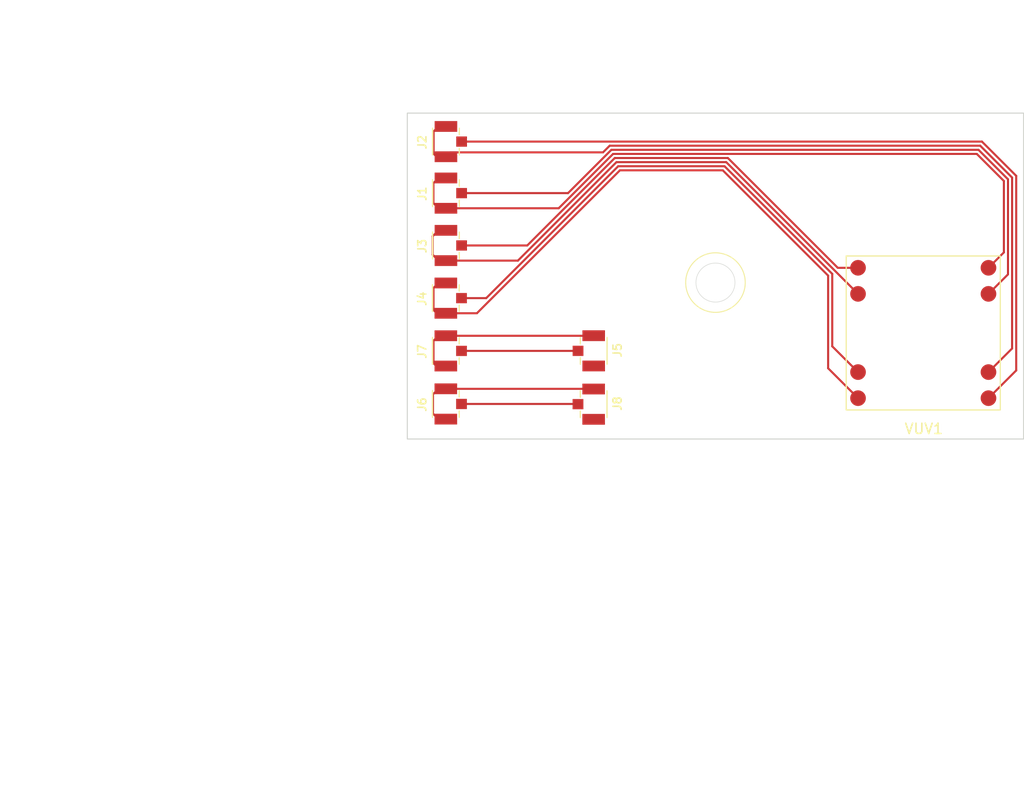
<source format=kicad_pcb>
(kicad_pcb (version 20240108) (generator "pcbnew") (generator_version "8.0")
  (layers (0 "F.Cu" signal) (31 "B.Cu" signal) (34 "B.Paste" user) (35 "F.Paste" user) (36 "B.SilkS" user "B.Silkscreen") (37 "F.SilkS" user "F.Silkscreen") (38 "B.Mask" user) (39 "F.Mask" user) (44 "Edge.Cuts" user))
  (net 0 "")
  (net 1 "Net-(J2-Pad1)")
  (net 2 "Net-(J4-Pad1)")
  (net 3 "Net-(J1-Pad1)")
  (net 4 "Net-(J3-Pad1)")
  (net 5 "Net-(J1-Pad2)")
  (net 6 "Net-(J2-Pad2)")
  (net 7 "Net-(J3-Pad2)")
  (net 8 "Net-(J4-Pad2)")
  (net 9 "Net-(J5-Pad1)")
  (net 10 "Net-(J5-Pad2)")
  (net 11 "Net-(J6-Pad2)")
  (net 12 "Net-(J6-Pad1)")
  (footprint "U_FL_R_SMT_1_10_:HRS_U.FL-R-SMT-1_10_" (layer "F.Cu") (at 134.79 91.275 -90)
    (property "Reference" "J8" (at -0.060105 -2.311695 90) (layer "F.SilkS") (effects (font (size 0.801283 0.801283))))
    (property "Value" "U.FL-R-SMT-1_10_")
    (fp_line (start -1.3 1.3) (end -0.67 1.3) (stroke (width 0.127)) (layer "F.SilkS"))
    (fp_line (start 1.3 1.3) (end 0.67 1.3) (stroke (width 0.127)) (layer "F.SilkS"))
    (fp_line (start -1.3 -1.3) (end 1.3 -1.3) (stroke (width 0.127)) (layer "F.SilkS"))
    (pad "1" smd rect (at -1.475 0 270) (size 1.05 2.2) (layers "F.Cu" "F.Paste" "F.Mask") (net 12 "Net-(J6-Pad1)"))
    (pad "2" smd rect (at 0 1.525 270) (size 1 1.05) (layers "F.Cu" "F.Paste" "F.Mask") (net 11 "Net-(J6-Pad2)"))
    (pad "3" smd rect (at 1.475 0 270) (size 1.05 2.2) (layers "F.Cu" "F.Paste" "F.Mask") (net 12 "Net-(J6-Pad1)"))
  )
  (footprint "VUV4-SiPM:VUV4-50q" (layer "F.Cu") (at 166.88 84.34)
    (property "Reference" "VUV1" (at 0.055 9.335 0) (layer "F.SilkS"))
    (property "Value" "~")
    (fp_rect (start -7.5 -7.5) (end 7.5 7.5) (stroke (width 0.12)) (fill none) (layer "F.SilkS"))
    (pad "1" smd circle (at 6.35 -6.35 90) (size 1.524 1.524) (layers "F.Cu" "F.Paste" "F.Mask") (net 3 "Net-(J1-Pad1)"))
    (pad "2" smd circle (at 6.35 3.81) (size 1.524 1.524) (layers "F.Cu" "F.Paste" "F.Mask") (net 1 "Net-(J2-Pad1)"))
    (pad "3" smd circle (at -6.35 6.35) (size 1.524 1.524) (layers "F.Cu" "F.Paste" "F.Mask") (net 2 "Net-(J4-Pad1)"))
    (pad "4" smd circle (at -6.35 -3.81) (size 1.524 1.524) (layers "F.Cu" "F.Paste" "F.Mask") (net 4 "Net-(J3-Pad1)"))
    (pad "5" smd circle (at 6.35 -3.81) (size 1.524 1.524) (layers "F.Cu" "F.Paste" "F.Mask") (net 5 "Net-(J1-Pad2)"))
    (pad "6" smd circle (at 6.35 6.35) (size 1.524 1.524) (layers "F.Cu" "F.Paste" "F.Mask") (net 6 "Net-(J2-Pad2)"))
    (pad "7" smd circle (at -6.35 3.81) (size 1.524 1.524) (layers "F.Cu" "F.Paste" "F.Mask") (net 8 "Net-(J4-Pad2)"))
    (pad "8" smd circle (at -6.35 -6.35) (size 1.524 1.524) (layers "F.Cu" "F.Paste" "F.Mask") (net 7 "Net-(J3-Pad2)"))
  )
  (footprint "U_FL_R_SMT_1_10_:HRS_U.FL-R-SMT-1_10_" (layer "F.Cu") (at 134.795 86.08 -90)
    (property "Reference" "J5" (at -0.060105 -2.311695 90) (layer "F.SilkS") (effects (font (size 0.801283 0.801283))))
    (property "Value" "U.FL-R-SMT-1_10_")
    (fp_line (start -1.3 1.3) (end -0.67 1.3) (stroke (width 0.127)) (layer "F.SilkS"))
    (fp_line (start 1.3 1.3) (end 0.67 1.3) (stroke (width 0.127)) (layer "F.SilkS"))
    (fp_line (start -1.3 -1.3) (end 1.3 -1.3) (stroke (width 0.127)) (layer "F.SilkS"))
    (pad "1" smd rect (at -1.475 0 270) (size 1.05 2.2) (layers "F.Cu" "F.Paste" "F.Mask") (net 9 "Net-(J5-Pad1)"))
    (pad "2" smd rect (at 0 1.525 270) (size 1 1.05) (layers "F.Cu" "F.Paste" "F.Mask") (net 10 "Net-(J5-Pad2)"))
    (pad "3" smd rect (at 1.475 0 270) (size 1.05 2.2) (layers "F.Cu" "F.Paste" "F.Mask") (net 9 "Net-(J5-Pad1)"))
  )
  (footprint "U_FL_R_SMT_1_10_:HRS_U.FL-R-SMT-1_10_" (layer "F.Cu") (at 120.41 65.695 90)
    (property "Reference" "J2" (at -0.060105 -2.311695 90) (layer "F.SilkS") (effects (font (size 0.801283 0.801283))))
    (property "Value" "U.FL-R-SMT-1_10_")
    (fp_line (start -1.3 -1.3) (end 1.3 -1.3) (stroke (width 0.127)) (layer "F.SilkS"))
    (fp_line (start 1.3 1.3) (end 0.67 1.3) (stroke (width 0.127)) (layer "F.SilkS"))
    (fp_line (start -1.3 1.3) (end -0.67 1.3) (stroke (width 0.127)) (layer "F.SilkS"))
    (pad "1" smd rect (at -1.475 0 90) (size 1.05 2.2) (layers "F.Cu" "F.Paste" "F.Mask") (net 1 "Net-(J2-Pad1)"))
    (pad "2" smd rect (at 0 1.525 90) (size 1 1.05) (layers "F.Cu" "F.Paste" "F.Mask") (net 6 "Net-(J2-Pad2)"))
    (pad "3" smd rect (at 1.475 0 90) (size 1.05 2.2) (layers "F.Cu" "F.Paste" "F.Mask") (net 1 "Net-(J2-Pad1)"))
  )
  (footprint "U_FL_R_SMT_1_10_:HRS_U.FL-R-SMT-1_10_" (layer "F.Cu") (at 120.41 70.715 90)
    (property "Reference" "J1" (at -0.060105 -2.311695 90) (layer "F.SilkS") (effects (font (size 0.801283 0.801283))))
    (property "Value" "U.FL-R-SMT-1_10_")
    (fp_line (start -1.3 -1.3) (end 1.3 -1.3) (stroke (width 0.127)) (layer "F.SilkS"))
    (fp_line (start 1.3 1.3) (end 0.67 1.3) (stroke (width 0.127)) (layer "F.SilkS"))
    (fp_line (start -1.3 1.3) (end -0.67 1.3) (stroke (width 0.127)) (layer "F.SilkS"))
    (pad "1" smd rect (at -1.475 0 90) (size 1.05 2.2) (layers "F.Cu" "F.Paste" "F.Mask") (net 3 "Net-(J1-Pad1)"))
    (pad "2" smd rect (at 0 1.525 90) (size 1 1.05) (layers "F.Cu" "F.Paste" "F.Mask") (net 5 "Net-(J1-Pad2)"))
    (pad "3" smd rect (at 1.475 0 90) (size 1.05 2.2) (layers "F.Cu" "F.Paste" "F.Mask") (net 3 "Net-(J1-Pad1)"))
  )
  (footprint "U_FL_R_SMT_1_10_:HRS_U.FL-R-SMT-1_10_" (layer "F.Cu") (at 120.4 86.085 90)
    (property "Reference" "J7" (at -0.060105 -2.311695 90) (layer "F.SilkS") (effects (font (size 0.801283 0.801283))))
    (property "Value" "U.FL-R-SMT-1_10_")
    (fp_line (start -1.3 -1.3) (end 1.3 -1.3) (stroke (width 0.127)) (layer "F.SilkS"))
    (fp_line (start 1.3 1.3) (end 0.67 1.3) (stroke (width 0.127)) (layer "F.SilkS"))
    (fp_line (start -1.3 1.3) (end -0.67 1.3) (stroke (width 0.127)) (layer "F.SilkS"))
    (pad "1" smd rect (at -1.475 0 90) (size 1.05 2.2) (layers "F.Cu" "F.Paste" "F.Mask") (net 9 "Net-(J5-Pad1)"))
    (pad "2" smd rect (at 0 1.525 90) (size 1 1.05) (layers "F.Cu" "F.Paste" "F.Mask") (net 10 "Net-(J5-Pad2)"))
    (pad "3" smd rect (at 1.475 0 90) (size 1.05 2.2) (layers "F.Cu" "F.Paste" "F.Mask") (net 9 "Net-(J5-Pad1)"))
  )
  (footprint "U_FL_R_SMT_1_10_:HRS_U.FL-R-SMT-1_10_" (layer "F.Cu") (at 120.4 91.255 90)
    (property "Reference" "J6" (at -0.060105 -2.311695 90) (layer "F.SilkS") (effects (font (size 0.801283 0.801283))))
    (property "Value" "U.FL-R-SMT-1_10_")
    (fp_line (start -1.3 -1.3) (end 1.3 -1.3) (stroke (width 0.127)) (layer "F.SilkS"))
    (fp_line (start 1.3 1.3) (end 0.67 1.3) (stroke (width 0.127)) (layer "F.SilkS"))
    (fp_line (start -1.3 1.3) (end -0.67 1.3) (stroke (width 0.127)) (layer "F.SilkS"))
    (pad "1" smd rect (at -1.475 0 90) (size 1.05 2.2) (layers "F.Cu" "F.Paste" "F.Mask") (net 12 "Net-(J6-Pad1)"))
    (pad "2" smd rect (at 0 1.525 90) (size 1 1.05) (layers "F.Cu" "F.Paste" "F.Mask") (net 11 "Net-(J6-Pad2)"))
    (pad "3" smd rect (at 1.475 0 90) (size 1.05 2.2) (layers "F.Cu" "F.Paste" "F.Mask") (net 12 "Net-(J6-Pad1)"))
  )
  (footprint "U_FL_R_SMT_1_10_:HRS_U.FL-R-SMT-1_10_" (layer "F.Cu") (at 120.4 80.945 90)
    (property "Reference" "J4" (at -0.060105 -2.311695 90) (layer "F.SilkS") (effects (font (size 0.801283 0.801283))))
    (property "Value" "U.FL-R-SMT-1_10_")
    (fp_line (start -1.3 -1.3) (end 1.3 -1.3) (stroke (width 0.127)) (layer "F.SilkS"))
    (fp_line (start 1.3 1.3) (end 0.67 1.3) (stroke (width 0.127)) (layer "F.SilkS"))
    (fp_line (start -1.3 1.3) (end -0.67 1.3) (stroke (width 0.127)) (layer "F.SilkS"))
    (pad "1" smd rect (at -1.475 0 90) (size 1.05 2.2) (layers "F.Cu" "F.Paste" "F.Mask") (net 2 "Net-(J4-Pad1)"))
    (pad "2" smd rect (at 0 1.525 90) (size 1 1.05) (layers "F.Cu" "F.Paste" "F.Mask") (net 8 "Net-(J4-Pad2)"))
    (pad "3" smd rect (at 1.475 0 90) (size 1.05 2.2) (layers "F.Cu" "F.Paste" "F.Mask") (net 2 "Net-(J4-Pad1)"))
  )
  (footprint "U_FL_R_SMT_1_10_:HRS_U.FL-R-SMT-1_10_" (layer "F.Cu") (at 120.41 75.815 90)
    (property "Reference" "J3" (at -0.060105 -2.311695 90) (layer "F.SilkS") (effects (font (size 0.801283 0.801283))))
    (property "Value" "U.FL-R-SMT-1_10_")
    (fp_line (start -1.3 -1.3) (end 1.3 -1.3) (stroke (width 0.127)) (layer "F.SilkS"))
    (fp_line (start 1.3 1.3) (end 0.67 1.3) (stroke (width 0.127)) (layer "F.SilkS"))
    (fp_line (start -1.3 1.3) (end -0.67 1.3) (stroke (width 0.127)) (layer "F.SilkS"))
    (pad "1" smd rect (at -1.475 0 90) (size 1.05 2.2) (layers "F.Cu" "F.Paste" "F.Mask") (net 4 "Net-(J3-Pad1)"))
    (pad "2" smd rect (at 0 1.525 90) (size 1 1.05) (layers "F.Cu" "F.Paste" "F.Mask") (net 7 "Net-(J3-Pad2)"))
    (pad "3" smd rect (at 1.475 0 90) (size 1.05 2.2) (layers "F.Cu" "F.Paste" "F.Mask") (net 4 "Net-(J3-Pad1)"))
  )
  (gr_circle (center 146.65 79.43) (end 149.55 79.43) (stroke (width 0.1)) (fill none) (layer "F.SilkS"))
  (gr_rect (start 116.65 62.92) (end 176.65 94.67) (stroke (width 0.1)) (fill none) (layer "Edge.Cuts"))
  (gr_circle (center 146.65 79.43) (end 148.55 79.43) (stroke (width 0.05)) (fill none) (layer "Edge.Cuts"))
  (segment (start 119.21 64.703578) (end 119.21 66.88) (width 0.2) (layer "F.Cu") (net 1))
  (segment (start 120.41 67.17) (end 120.834842 66.745158) (width 0.2) (layer "F.Cu") (net 1))
  (segment (start 172.425 66.095) (end 175.53 69.2) (width 0.2) (layer "F.Cu") (net 1))
  (segment (start 120.41 64.22) (end 119.693578 64.22) (width 0.2) (layer "F.Cu") (net 1))
  (segment (start 175.53 69.2) (end 175.53 85.85) (width 0.2) (layer "F.Cu") (net 1))
  (segment (start 135.700726 66.745158) (end 136.350884 66.095) (width 0.2) (layer "F.Cu") (net 1))
  (segment (start 119.693578 64.22) (end 119.21 64.703578) (width 0.2) (layer "F.Cu") (net 1))
  (segment (start 120.834842 66.745158) (end 135.700726 66.745158) (width 0.2) (layer "F.Cu") (net 1))
  (segment (start 119.21 66.88) (end 119.5 67.17) (width 0.2) (layer "F.Cu") (net 1))
  (segment (start 119.5 67.17) (end 120.41 67.17) (width 0.2) (layer "F.Cu") (net 1))
  (segment (start 136.350884 66.095) (end 172.425 66.095) (width 0.2) (layer "F.Cu") (net 1))
  (segment (start 175.53 85.85) (end 173.23 88.15) (width 0.2) (layer "F.Cu") (net 1))
  (segment (start 157.62 78.751372) (end 157.62 87.78) (width 0.2) (layer "F.Cu") (net 2))
  (segment (start 120.4 82.42) (end 123.42 82.42) (width 0.2) (layer "F.Cu") (net 2))
  (segment (start 137.345 68.495) (end 147.363628 68.495) (width 0.2) (layer "F.Cu") (net 2))
  (segment (start 119.52 82.42) (end 120.4 82.42) (width 0.2) (layer "F.Cu") (net 2))
  (segment (start 119.2 82.1) (end 119.52 82.42) (width 0.2) (layer "F.Cu") (net 2))
  (segment (start 119.2 79.953578) (end 119.2 82.1) (width 0.2) (layer "F.Cu") (net 2))
  (segment (start 123.42 82.42) (end 137.345 68.495) (width 0.2) (layer "F.Cu") (net 2))
  (segment (start 120.4 79.47) (end 119.683578 79.47) (width 0.2) (layer "F.Cu") (net 2))
  (segment (start 147.363628 68.495) (end 157.62 78.751372) (width 0.2) (layer "F.Cu") (net 2))
  (segment (start 157.62 87.78) (end 160.53 90.69) (width 0.2) (layer "F.Cu") (net 2))
  (segment (start 119.683578 79.47) (end 119.2 79.953578) (width 0.2) (layer "F.Cu") (net 2))
  (segment (start 119.69342 72.19) (end 120.41 72.19) (width 0.2) (layer "F.Cu") (net 3))
  (segment (start 173.23 77.99) (end 174.73 76.49) (width 0.2) (layer "F.Cu") (net 3))
  (segment (start 119.19 71.68658) (end 119.69342 72.19) (width 0.2) (layer "F.Cu") (net 3))
  (segment (start 174.73 69.531372) (end 172.093628 66.895) (width 0.2) (layer "F.Cu") (net 3))
  (segment (start 174.73 76.49) (end 174.73 69.531372) (width 0.2) (layer "F.Cu") (net 3))
  (segment (start 172.093628 66.895) (end 136.682256 66.895) (width 0.2) (layer "F.Cu") (net 3))
  (segment (start 120.41 69.24) (end 119.693578 69.24) (width 0.2) (layer "F.Cu") (net 3))
  (segment (start 136.682256 66.895) (end 131.387256 72.19) (width 0.2) (layer "F.Cu") (net 3))
  (segment (start 119.693578 69.24) (end 119.19 69.743578) (width 0.2) (layer "F.Cu") (net 3))
  (segment (start 119.19 69.743578) (end 119.19 71.68658) (width 0.2) (layer "F.Cu") (net 3))
  (segment (start 131.387256 72.19) (end 120.41 72.19) (width 0.2) (layer "F.Cu") (net 3))
  (segment (start 127.418628 77.29) (end 120.41 77.29) (width 0.2) (layer "F.Cu") (net 4))
  (segment (start 119.693578 74.34) (end 119.12 74.913578) (width 0.2) (layer "F.Cu") (net 4))
  (segment (start 137.013628 67.695) (end 127.418628 77.29) (width 0.2) (layer "F.Cu") (net 4))
  (segment (start 119.12 76.71658) (end 119.69342 77.29) (width 0.2) (layer "F.Cu") (net 4))
  (segment (start 120.41 74.34) (end 119.693578 74.34) (width 0.2) (layer "F.Cu") (net 4))
  (segment (start 147.695 67.695) (end 137.013628 67.695) (width 0.2) (layer "F.Cu") (net 4))
  (segment (start 160.53 80.53) (end 147.695 67.695) (width 0.2) (layer "F.Cu") (net 4))
  (segment (start 119.12 74.913578) (end 119.12 76.71658) (width 0.2) (layer "F.Cu") (net 4))
  (segment (start 119.69342 77.29) (end 120.41 77.29) (width 0.2) (layer "F.Cu") (net 4))
  (segment (start 136.51657 66.495) (end 132.29657 70.715) (width 0.2) (layer "F.Cu") (net 5))
  (segment (start 175.13 78.63) (end 175.13 69.365686) (width 0.2) (layer "F.Cu") (net 5))
  (segment (start 175.13 69.365686) (end 172.259314 66.495) (width 0.2) (layer "F.Cu") (net 5))
  (segment (start 173.23 80.53) (end 175.13 78.63) (width 0.2) (layer "F.Cu") (net 5))
  (segment (start 132.29657 70.715) (end 121.935 70.715) (width 0.2) (layer "F.Cu") (net 5))
  (segment (start 172.259314 66.495) (end 136.51657 66.495) (width 0.2) (layer "F.Cu") (net 5))
  (segment (start 172.590686 65.695) (end 121.935 65.695) (width 0.2) (layer "F.Cu") (net 6))
  (segment (start 173.23 90.69) (end 175.93 87.99) (width 0.2) (layer "F.Cu") (net 6))
  (segment (start 175.93 87.99) (end 175.93 69.034314) (width 0.2) (layer "F.Cu") (net 6))
  (segment (start 175.93 69.034314) (end 172.590686 65.695) (width 0.2) (layer "F.Cu") (net 6))
  (segment (start 147.860686 67.295) (end 136.847942 67.295) (width 0.2) (layer "F.Cu") (net 7))
  (segment (start 128.327942 75.815) (end 121.935 75.815) (width 0.2) (layer "F.Cu") (net 7))
  (segment (start 136.847942 67.295) (end 128.327942 75.815) (width 0.2) (layer "F.Cu") (net 7))
  (segment (start 158.555686 77.99) (end 147.860686 67.295) (width 0.2) (layer "F.Cu") (net 7))
  (segment (start 160.53 77.99) (end 158.555686 77.99) (width 0.2) (layer "F.Cu") (net 7))
  (segment (start 160.53 88.15) (end 158.02 85.64) (width 0.2) (layer "F.Cu") (net 8))
  (segment (start 147.529314 68.095) (end 137.179314 68.095) (width 0.2) (layer "F.Cu") (net 8))
  (segment (start 124.329314 80.945) (end 121.925 80.945) (width 0.2) (layer "F.Cu") (net 8))
  (segment (start 137.179314 68.095) (end 124.329314 80.945) (width 0.2) (layer "F.Cu") (net 8))
  (segment (start 158.02 85.64) (end 158.02 78.585686) (width 0.2) (layer "F.Cu") (net 8))
  (segment (start 158.02 78.585686) (end 147.529314 68.095) (width 0.2) (layer "F.Cu") (net 8))
  (segment (start 120.405 87.555) (end 120.4 87.56) (width 0.2) (layer "F.Cu") (net 9))
  (segment (start 119.2 85.093578) (end 119.2 87.29) (width 0.2) (layer "F.Cu") (net 9))
  (segment (start 120.4 84.61) (end 134.79 84.61) (width 0.2) (layer "F.Cu") (net 9))
  (segment (start 119.2 87.29) (end 119.47 87.56) (width 0.2) (layer "F.Cu") (net 9))
  (segment (start 120.4 84.61) (end 119.683578 84.61) (width 0.2) (layer "F.Cu") (net 9))
  (segment (start 119.47 87.56) (end 120.4 87.56) (width 0.2) (layer "F.Cu") (net 9))
  (segment (start 119.683578 84.61) (end 119.2 85.093578) (width 0.2) (layer "F.Cu") (net 9))
  (segment (start 134.79 84.61) (end 134.795 84.605) (width 0.2) (layer "F.Cu") (net 9))
  (segment (start 133.265 86.085) (end 133.27 86.08) (width 0.2) (layer "F.Cu") (net 10))
  (segment (start 121.925 86.085) (end 133.265 86.085) (width 0.2) (layer "F.Cu") (net 10))
  (segment (start 133.245 91.255) (end 133.265 91.275) (width 0.2) (layer "F.Cu") (net 11))
  (segment (start 121.925 91.255) (end 133.245 91.255) (width 0.2) (layer "F.Cu") (net 11))
  (segment (start 119.15 92.19658) (end 119.68342 92.73) (width 0.2) (layer "F.Cu") (net 12))
  (segment (start 119.68342 92.73) (end 120.4 92.73) (width 0.2) (layer "F.Cu") (net 12))
  (segment (start 119.15 90.313578) (end 119.15 92.19658) (width 0.2) (layer "F.Cu") (net 12))
  (segment (start 134.77 89.78) (end 134.79 89.8) (width 0.2) (layer "F.Cu") (net 12))
  (segment (start 120.42 92.75) (end 120.4 92.73) (width 0.2) (layer "F.Cu") (net 12))
  (segment (start 120.4 89.78) (end 119.683578 89.78) (width 0.2) (layer "F.Cu") (net 12))
  (segment (start 120.4 89.78) (end 134.77 89.78) (width 0.2) (layer "F.Cu") (net 12))
  (segment (start 119.683578 89.78) (end 119.15 90.313578) (width 0.2) (layer "F.Cu") (net 12))
)
</source>
